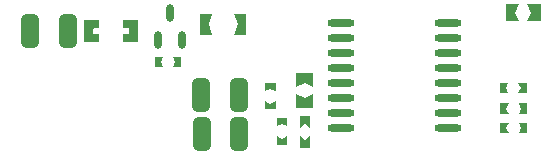
<source format=gtp>
G04*
G04 #@! TF.GenerationSoftware,Altium Limited,Altium Designer,18.0.9 (584)*
G04*
G04 Layer_Color=8421504*
%FSLAX24Y24*%
%MOIN*%
G70*
G01*
G75*
%ADD17O,0.0281X0.0591*%
G04:AMPARAMS|DCode=18|XSize=110.2mil|YSize=59.1mil|CornerRadius=14.8mil|HoleSize=0mil|Usage=FLASHONLY|Rotation=90.000|XOffset=0mil|YOffset=0mil|HoleType=Round|Shape=RoundedRectangle|*
%AMROUNDEDRECTD18*
21,1,0.1102,0.0295,0,0,90.0*
21,1,0.0807,0.0591,0,0,90.0*
1,1,0.0295,0.0148,0.0404*
1,1,0.0295,0.0148,-0.0404*
1,1,0.0295,-0.0148,-0.0404*
1,1,0.0295,-0.0148,0.0404*
%
%ADD18ROUNDEDRECTD18*%
%ADD19O,0.0906X0.0236*%
G36*
X53583Y33474D02*
X53130D01*
X53258Y33760D01*
X53130Y34045D01*
X53583D01*
Y33474D01*
D02*
G37*
G36*
X52746Y33760D02*
X52874Y33474D01*
X52421D01*
Y34045D01*
X52874D01*
X52746Y33760D01*
D02*
G37*
G36*
X43780Y33022D02*
X43366D01*
X43484Y33366D01*
X43366Y33711D01*
X43780D01*
Y33022D01*
D02*
G37*
G36*
X42520Y33366D02*
X42638Y33022D01*
X42224D01*
Y33711D01*
X42638D01*
X42520Y33366D01*
D02*
G37*
G36*
X40169Y33501D02*
X40178Y33480D01*
Y32819D01*
X40169Y32798D01*
X40148Y32789D01*
X39695D01*
X39674Y32798D01*
X39666Y32819D01*
Y33022D01*
X39674Y33043D01*
X39695Y33051D01*
X39833D01*
X39854Y33060D01*
X39863Y33081D01*
Y33219D01*
X39854Y33239D01*
X39833Y33248D01*
X39695D01*
X39674Y33257D01*
X39666Y33278D01*
Y33480D01*
X39674Y33501D01*
X39695Y33510D01*
X40148D01*
X40169Y33501D01*
D02*
G37*
G36*
X38869D02*
X38878Y33480D01*
Y33278D01*
X38869Y33257D01*
X38848Y33248D01*
X38710D01*
X38689Y33239D01*
X38681Y33219D01*
Y33081D01*
X38689Y33060D01*
X38710Y33051D01*
X38848D01*
X38869Y33043D01*
X38878Y33022D01*
Y32819D01*
X38869Y32798D01*
X38848Y32789D01*
X38395D01*
X38374Y32798D01*
X38366Y32819D01*
Y33480D01*
X38374Y33501D01*
X38395Y33510D01*
X38848D01*
X38869Y33501D01*
D02*
G37*
G36*
X41604Y31939D02*
X41329D01*
X41407Y32116D01*
X41329Y32293D01*
X41604D01*
Y31939D01*
D02*
G37*
G36*
X40916Y32116D02*
X40994Y31939D01*
X40719D01*
Y32293D01*
X40994D01*
X40916Y32116D01*
D02*
G37*
G36*
X46014Y31289D02*
X45728Y31417D01*
X45443Y31289D01*
Y31742D01*
X46014D01*
Y31289D01*
D02*
G37*
G36*
X44754Y31142D02*
X44577Y31220D01*
X44400Y31142D01*
Y31417D01*
X44754D01*
Y31142D01*
D02*
G37*
G36*
X53120Y31073D02*
X52844D01*
X52923Y31250D01*
X52844Y31427D01*
X53120D01*
Y31073D01*
D02*
G37*
G36*
X52431Y31250D02*
X52510Y31073D01*
X52234D01*
Y31427D01*
X52510D01*
X52431Y31250D01*
D02*
G37*
G36*
X46014Y30581D02*
X45443D01*
Y31033D01*
X45728Y30906D01*
X46014Y31033D01*
Y30581D01*
D02*
G37*
G36*
X44754Y30531D02*
X44400D01*
Y30807D01*
X44577Y30728D01*
X44754Y30807D01*
Y30531D01*
D02*
G37*
G36*
X53130Y30384D02*
X52854D01*
X52933Y30561D01*
X52854Y30738D01*
X53130D01*
Y30384D01*
D02*
G37*
G36*
X52441Y30561D02*
X52520Y30384D01*
X52244D01*
Y30738D01*
X52520D01*
X52441Y30561D01*
D02*
G37*
G36*
X45148Y29970D02*
X44970Y30049D01*
X44793Y29970D01*
Y30246D01*
X45148D01*
Y29970D01*
D02*
G37*
G36*
X45906Y29911D02*
X45728Y30030D01*
X45551Y29911D01*
Y30305D01*
X45906D01*
Y29911D01*
D02*
G37*
G36*
X53130Y29734D02*
X52854D01*
X52933Y29911D01*
X52854Y30089D01*
X53130D01*
Y29734D01*
D02*
G37*
G36*
X52441Y29911D02*
X52520Y29734D01*
X52244D01*
Y30089D01*
X52520D01*
X52441Y29911D01*
D02*
G37*
G36*
X45148Y29360D02*
X44793D01*
Y29636D01*
X44970Y29557D01*
X45148Y29636D01*
Y29360D01*
D02*
G37*
G36*
X45906Y29242D02*
X45551D01*
Y29636D01*
X45728Y29518D01*
X45906Y29636D01*
Y29242D01*
D02*
G37*
D17*
X40844Y32844D02*
D03*
X41644D02*
D03*
X41244Y33754D02*
D03*
D18*
X37835Y33159D02*
D03*
X36575D02*
D03*
X42274Y31014D02*
D03*
X43533D02*
D03*
X42283Y29705D02*
D03*
X43543D02*
D03*
D19*
X50502Y29904D02*
D03*
Y30404D02*
D03*
Y30904D02*
D03*
Y31404D02*
D03*
Y31904D02*
D03*
Y32404D02*
D03*
Y32904D02*
D03*
Y33404D02*
D03*
X46919Y29904D02*
D03*
Y30404D02*
D03*
Y30904D02*
D03*
Y31404D02*
D03*
Y31904D02*
D03*
Y32404D02*
D03*
Y32904D02*
D03*
Y33404D02*
D03*
M02*

</source>
